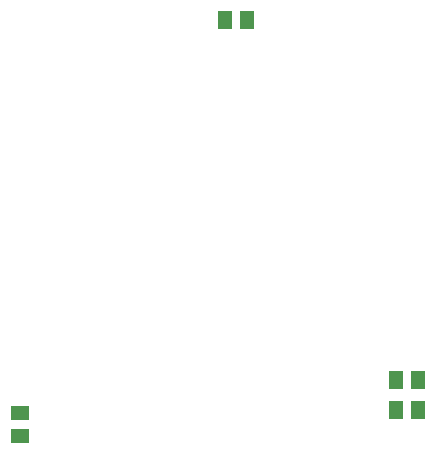
<source format=gbr>
G04 EAGLE Gerber RS-274X export*
G75*
%MOMM*%
%FSLAX34Y34*%
%LPD*%
%INSolderpaste Bottom*%
%IPPOS*%
%AMOC8*
5,1,8,0,0,1.08239X$1,22.5*%
G01*
%ADD10R,1.600000X1.300000*%
%ADD11R,1.300000X1.500000*%


D10*
X127000Y68420D03*
X127000Y48420D03*
D11*
X464160Y96520D03*
X445160Y96520D03*
X445160Y71120D03*
X464160Y71120D03*
X300380Y401320D03*
X319380Y401320D03*
M02*

</source>
